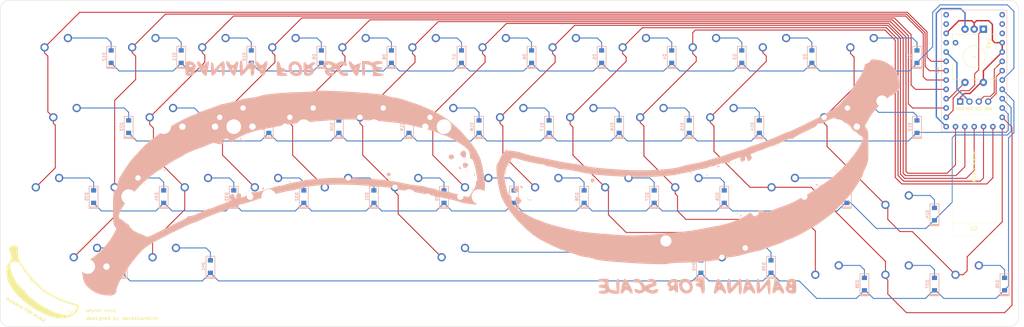
<source format=kicad_pcb>
(kicad_pcb (version 20211014) (generator pcbnew)
  (title_block (title "whykb") (rev "REV1") (comment 2 "creativecommons.org/license/by/4.0") (comment 3 "License: CC BY 4.0") (comment 4 "Author:"))
  (layers (0 "F.Cu" signal) (31 "B.Cu" signal) (34 "B.Paste" user) (35 "F.Paste" user) (36 "B.SilkS" user "B.Silkscreen") (37 "F.SilkS" user "F.Silkscreen") (38 "B.Mask" user) (39 "F.Mask" user) (44 "Edge.Cuts" user))
  (net 0 "")
  (net 1 "Net-(D1-Pad2)")
  (net 2 "row0")
  (net 3 "Net-(D2-Pad2)")
  (net 4 "Net-(D3-Pad2)")
  (net 5 "Net-(D4-Pad2)")
  (net 6 "Net-(D5-Pad2)")
  (net 7 "Net-(D6-Pad2)")
  (net 8 "Net-(D7-Pad2)")
  (net 9 "Net-(D8-Pad2)")
  (net 10 "Net-(D9-Pad2)")
  (net 11 "Net-(D10-Pad2)")
  (net 12 "Net-(D11-Pad2)")
  (net 13 "Net-(D12-Pad2)")
  (net 14 "Net-(D13-Pad2)")
  (net 15 "row1")
  (net 16 "Net-(D14-Pad2)")
  (net 17 "Net-(D15-Pad2)")
  (net 18 "Net-(D16-Pad2)")
  (net 19 "Net-(D17-Pad2)")
  (net 20 "Net-(D18-Pad2)")
  (net 21 "Net-(D19-Pad2)")
  (net 22 "Net-(D20-Pad2)")
  (net 23 "Net-(D21-Pad2)")
  (net 24 "Net-(D22-Pad2)")
  (net 25 "Net-(D23-Pad2)")
  (net 26 "Net-(D24-Pad2)")
  (net 27 "row2")
  (net 28 "Net-(D25-Pad2)")
  (net 29 "Net-(D26-Pad2)")
  (net 30 "Net-(D27-Pad2)")
  (net 31 "Net-(D28-Pad2)")
  (net 32 "Net-(D29-Pad2)")
  (net 33 "Net-(D30-Pad2)")
  (net 34 "Net-(D31-Pad2)")
  (net 35 "Net-(D32-Pad2)")
  (net 36 "Net-(D33-Pad2)")
  (net 37 "Net-(D34-Pad2)")
  (net 38 "Net-(D35-Pad2)")
  (net 39 "Net-(D36-Pad2)")
  (net 40 "row3")
  (net 41 "Net-(D37-Pad2)")
  (net 42 "Net-(D38-Pad2)")
  (net 43 "Net-(D39-Pad2)")
  (net 44 "Net-(D40-Pad2)")
  (net 45 "Net-(D41-Pad2)")
  (net 46 "Net-(D42-Pad2)")
  (net 47 "col0")
  (net 48 "col1")
  (net 49 "col2")
  (net 50 "col3")
  (net 51 "col4")
  (net 52 "col5")
  (net 53 "col6")
  (net 54 "col7")
  (net 55 "col8")
  (net 56 "col9")
  (net 57 "col10")
  (net 58 "col11")
  (net 59 "VCC")
  (net 60 "GND")
  (net 61 "outA")
  (net 62 "outB")
  (net 63 "D22")
  (net 67 "SCL")
  (net 68 "SDA")
  (footprint "MX_Only:MXOnly-7U-NoLED" (layer "F.Cu") (at 200.025 176.675)
    (fp_text reference "K40")
    (fp_text value "KEYSW")
  )
  (footprint "MX_Only:MXOnly-1U-NoLED" (layer "F.Cu") (at 187.325 157.625)
    (fp_text reference "K30")
    (fp_text value "KEYSW")
  )
  (footprint "MX_Only:MXOnly-1U-NoLED" (layer "F.Cu") (at 120.65 138.575)
    (fp_text reference "K22")
    (fp_text value "KEYSW")
  )
  (footprint "MX_Only:MXOnly-1U-NoLED" (layer "F.Cu") (at 320.675 181.4375)
    (fp_text reference "K37")
    (fp_text value "KEYSW")
  )
  (footprint "MX_Only:MXOnly-1U-NoLED" (layer "F.Cu") (at 215.9 138.575)
    (fp_text reference "K17")
    (fp_text value "KEYSW")
  )
  (footprint "MX_Only:MXOnly-1.5U-NoLED" (layer "F.Cu") (at 311.15 119.525)
    (fp_text reference "K1")
    (fp_text value "KEYSW")
  )
  (footprint "MX_Only:MXOnly-1U-NoLED" (layer "F.Cu") (at 173.0375 119.525)
    (fp_text reference "K8")
    (fp_text value "KEYSW")
  )
  (footprint "MX_Only:MXOnly-1.25U-NoLED" (layer "F.Cu") (at 121.44375 176.675)
    (fp_text reference "K41")
    (fp_text value "KEYSW")
  )
  (footprint "MX_Only:MXOnly-2.25U-NoLED" (layer "F.Cu") (at 304.00625 138.575)
    (fp_text reference "K13")
    (fp_text value "KEYSW")
  )
  (footprint "MX_Only:MXOnly-1U-NoLED" (layer "F.Cu") (at 234.95 138.575)
    (fp_text reference "K16")
    (fp_text value "KEYSW")
  )
  (footprint "MX_Only:MXOnly-1U-NoLED" (layer "F.Cu") (at 177.8 138.575)
    (fp_text reference "K19")
    (fp_text value "KEYSW")
  )
  (footprint "MX_Only:MXOnly-1U-NoLED" (layer "F.Cu") (at 153.9875 119.525)
    (fp_text reference "K9")
    (fp_text value "KEYSW")
  )
  (footprint "MX_Only:MXOnly-1U-NoLED" (layer "F.Cu") (at 249.2375 119.525)
    (fp_text reference "K4")
    (fp_text value "KEYSW")
  )
  (footprint "MX_Only:MXOnly-1U-NoLED" (layer "F.Cu") (at 230.1875 119.525)
    (fp_text reference "K5")
    (fp_text value "KEYSW")
  )
  (footprint "MX_Only:MXOnly-1U-NoLED" (layer "F.Cu") (at 263.525 157.625)
    (fp_text reference "K26")
    (fp_text value "KEYSW")
  )
  (footprint "MX_Only:MXOnly-1.75U-NoLED" (layer "F.Cu") (at 94.45625 138.575)
    (fp_text reference "K23")
    (fp_text value "KEYSW")
  )
  (footprint "MX_Only:MXOnly-1U-NoLED" (layer "F.Cu") (at 339.725 181.4375)
    (fp_text reference "K36")
    (fp_text value "KEYSW")
  )
  (footprint "MX_Only:MXOnly-1.25U-NoLED" (layer "F.Cu") (at 89.69375 157.625)
    (fp_text reference "K35")
    (fp_text value "KEYSW")
  )
  (footprint "MX_Only:MXOnly-1U-NoLED" (layer "F.Cu") (at 168.275 157.625)
    (fp_text reference "K31")
    (fp_text value "KEYSW")
  )
  (footprint "MX_Only:MXOnly-1.75U-NoLED" (layer "F.Cu") (at 289.71875 157.625)
    (fp_text reference "K25")
    (fp_text value "KEYSW")
  )
  (footprint "MX_Only:MXOnly-1U-NoLED" (layer "F.Cu") (at 192.0875 119.525)
    (fp_text reference "K7")
    (fp_text value "KEYSW")
  )
  (footprint "MX_Only:MXOnly-1U-NoLED" (layer "F.Cu") (at 287.3375 119.525)
    (fp_text reference "K2")
    (fp_text value "KEYSW")
  )
  (footprint "MX_Only:MXOnly-1U-NoLED" (layer "F.Cu") (at 301.625 181.4375)
    (fp_text reference "K38")
    (fp_text value "KEYSW")
  )
  (footprint "MX_Only:MXOnly-1U-NoLED" (layer "F.Cu") (at 273.05 138.575)
    (fp_text reference "K14")
    (fp_text value "KEYSW")
  )
  (footprint "MX_Only:MXOnly-1U-NoLED" (layer "F.Cu") (at 225.425 157.625)
    (fp_text reference "K28")
    (fp_text value "KEYSW")
  )
  (footprint "MX_Only:MXOnly-1U-NoLED" (layer "F.Cu") (at 268.2875 119.525)
    (fp_text reference "K3")
    (fp_text value "KEYSW")
  )
  (footprint "LOGO" (layer "F.Cu") (at 86.36 182.626 -30)
    (fp_text reference "G***" hide)
    (fp_text value "LOGO" hide)
  )
  (footprint "MX_Only:MXOnly-1U-NoLED" (layer "F.Cu") (at 130.175 157.625)
    (fp_text reference "K33")
    (fp_text value "KEYSW")
  )
  (footprint "MX_Only:MXOnly-1U-NoLED" (layer "F.Cu") (at 100.0125 176.675)
    (fp_text reference "K42")
    (fp_text value "KEYSW")
  )
  (footprint "MX_Only:MXOnly-1U-NoLED" (layer "F.Cu") (at 149.225 157.625)
    (fp_text reference "K32")
    (fp_text value "KEYSW")
  )
  (footprint "MX_Only:MXOnly-1U-NoLED" (layer "F.Cu") (at 158.75 138.575)
    (fp_text reference "K20")
    (fp_text value "KEYSW")
  )
  (footprint "LOGO" (layer "F.Cu") (at 109.347 189.738)
    (fp_text reference "G***" hide)
    (fp_text value "LOGO" hide)
  )
  (footprint "MX_Only:MXOnly-1U-NoLED" (layer "F.Cu") (at 139.7 138.575)
    (fp_text reference "K21")
    (fp_text value "KEYSW")
  )
  (footprint "MX_Only:MXOnly-1U-NoLED" (layer "F.Cu") (at 320.675 162.3875)
    (fp_text reference "K24")
    (fp_text value "KEYSW")
  )
  (footprint "MX_Only:MXOnly-1U-NoLED" (layer "F.Cu") (at 115.8875 119.525)
    (fp_text reference "K11")
    (fp_text value "KEYSW")
  )
  (footprint "MX_Only:MXOnly-1U-NoLED" (layer "F.Cu") (at 196.85 138.575)
    (fp_text reference "K18")
    (fp_text value "KEYSW")
  )
  (footprint "MX_Only:MXOnly-1U-NoLED" (layer "F.Cu") (at 111.125 157.625)
    (fp_text reference "K34")
    (fp_text value "KEYSW")
  )
  (footprint "MX_Only:MXOnly-1U-NoLED" (layer "F.Cu") (at 206.375 157.625)
    (fp_text reference "K29")
    (fp_text value "KEYSW")
  )
  (footprint "MX_Only:MXOnly-1U-NoLED" (layer "F.Cu") (at 211.1375 119.525)
    (fp_text reference "K6")
    (fp_text value "KEYSW")
  )
  (footprint "MX_Only:MXOnly-1U-NoLED" (layer "F.Cu") (at 134.9375 119.525)
    (fp_text reference "K10")
    (fp_text value "KEYSW")
  )
  (footprint "MX_Only:MXOnly-1.5U-NoLED" (layer "F.Cu") (at 92.075 119.525)
    (fp_text reference "K12")
    (fp_text value "KEYSW")
  )
  (footprint "keebio_parts:RotaryEncoder_Alps_EC11E-Switch_Vertical_H20mm" (layer "F.Cu") (at 340.995 119.525 -90)
    (fp_text reference "SW2")
    (fp_text value "RotaryEncoder_Switch")
  )
  (footprint "MX_Only:MXOnly-1U-NoLED" (layer "F.Cu") (at 254 138.575)
    (fp_text reference "K15")
    (fp_text value "KEYSW")
  )
  (footprint "MX_Only:MXOnly-1U-NoLED" (layer "F.Cu") (at 276.225 176.675)
    (fp_text reference "K39")
    (fp_text value "KEYSW")
  )
  (footprint "KiCad-SSD1306-0.91-OLED-4pin-128x32:SSD1306-0.91-OLED-4pin-128x32" (layer "F.Cu") (at 334.983 168.237 90)
    (fp_text reference "U2")
    (fp_text value "SSD1306 128x32")
  )
  (footprint "MX_Only:MXOnly-1U-NoLED" (layer "F.Cu") (at 244.475 157.625)
    (fp_text reference "K27")
    (fp_text value "KEYSW")
  )
  (footprint "keyboard_parts:D_SOD123" (layer "B.Cu") (at 125.4125 119.525 90)
    (fp_text reference "D11")
    (fp_text value "D" hide)
  )
  (footprint "keyboard_parts:D_SOD123" (layer "B.Cu") (at 263.525 138.575 90)
    (fp_text reference "D15")
    (fp_text value "D" hide)
  )
  (footprint "keyboard_parts:D_SOD123" (layer "B.Cu") (at 282.575 138.575 90)
    (fp_text reference "D14")
    (fp_text value "D" hide)
  )
  (footprint "keyboard_parts:D_SOD123" (layer "B.Cu") (at 182.5625 119.525 90)
    (fp_text reference "D8")
    (fp_text value "D" hide)
  )
  (footprint "keyboard_parts:D_SOD123" (layer "B.Cu") (at 201.6125 119.525 90)
    (fp_text reference "D7")
    (fp_text value "D" hide)
  )
  (footprint "keyboard_parts:D_SOD123" (layer "B.Cu") (at 196.85 157.625 90)
    (fp_text reference "D30")
    (fp_text value "D" hide)
  )
  (footprint "keyboard_parts:D_SOD123" (layer "B.Cu") (at 215.9 157.625 90)
    (fp_text reference "D29")
    (fp_text value "D" hide)
  )
  (footprint "keyboard_parts:D_SOD123" (layer "B.Cu") (at 206.375 138.575 90)
    (fp_text reference "D18")
    (fp_text value "D" hide)
  )
  (footprint "keyboard_parts:D_SOD123" (layer "B.Cu") (at 109.5375 176.675 90)
    (fp_text reference "D42")
    (fp_text value "D" hide)
  )
  (footprint "keyboard_parts:D_SOD123" (layer "B.Cu") (at 139.7 157.625 90)
    (fp_text reference "D33")
    (fp_text value "D" hide)
  )
  (footprint "keyboard_parts:D_SOD123" (layer "B.Cu") (at 101.6 157.625 90)
    (fp_text reference "D35")
    (fp_text value "D" hide)
  )
  (footprint "keyboard_parts:D_SOD123" (layer "B.Cu") (at 130.175 138.575 90)
    (fp_text reference "D22")
    (fp_text value "D" hide)
  )
  (footprint "LOGO" (layer "B.Cu") (at 266.7 152.4 180)
    (fp_text reference "G***" hide)
    (fp_text value "LOGO" hide)
  )
  (footprint "keyboard_parts:D_SOD123" (layer "B.Cu") (at 266.7 176.675 90)
    (fp_text reference "D40")
    (fp_text value "D" hide)
  )
  (footprint "keyboard_parts:D_SOD123" (layer "B.Cu") (at 111.125 138.575 90)
    (fp_text reference "D23")
    (fp_text value "D" hide)
  )
  (footprint "keyboard_parts:D_SOD123" (layer "B.Cu") (at 234.95 157.625 90)
    (fp_text reference "D28")
    (fp_text value "D" hide)
  )
  (footprint "keyboard_parts:D_SOD123" (layer "B.Cu") (at 273.05 157.625 90)
    (fp_text reference "D26")
    (fp_text value "D" hide)
  )
  (footprint "keyboard_parts:D_SOD123" (layer "B.Cu") (at 325.4375 138.575 90)
    (fp_text reference "D13")
    (fp_text value "D" hide)
  )
  (footprint "keyboard_parts:D_SOD123" (layer "B.Cu") (at 220.6625 119.525 90)
    (fp_text reference "D6")
    (fp_text value "D" hide)
  )
  (footprint "keyboard_parts:D_SOD123" (layer "B.Cu") (at 330.2 181.4375 90)
    (fp_text reference "D37")
    (fp_text value "D" hide)
  )
  (footprint "keyboard_parts:D_SOD123" (layer "B.Cu") (at 177.8 157.625 90)
    (fp_text reference "D31")
    (fp_text value "D" hide)
  )
  (footprint "keyboard_parts:D_SOD123" (layer "B.Cu") (at 120.65 157.625 90)
    (fp_text reference "D34")
    (fp_text value "D" hide)
  )
  (footprint "keyboard_parts:D_SOD123" (layer "B.Cu") (at 239.7125 119.525 90)
    (fp_text reference "D5")
    (fp_text value "D" hide)
  )
  (footprint "keyboard_parts:D_SOD123" (layer "B.Cu") (at 168.275 138.575 90)
    (fp_text reference "D20")
    (fp_text value "D" hide)
  )
  (footprint "keyboard_parts:D_SOD123" (layer "B.Cu") (at 254 157.625 90)
    (fp_text reference "D27")
    (fp_text value "D" hide)
  )
  (footprint "sea-picro:sea-picro" (layer "B.Cu") (at 340.995 123.335 -90)
    (fp_text reference "U1")
    (fp_text value "sea-picro")
  )
  (footprint "keyboard_parts:D_SOD123" (layer "B.Cu") (at 277.8125 119.525 90)
    (fp_text reference "D3")
    (fp_text value "D" hide)
  )
  (footprint "keyboard_parts:D_SOD123" (layer "B.Cu") (at 244.475 138.575 90)
    (fp_text reference "D16")
    (fp_text value "D" hide)
  )
  (footprint "keyboard_parts:D_SOD123" (layer "B.Cu") (at 258.7625 119.525 90)
    (fp_text reference "D4")
    (fp_text value "D" hide)
  )
  (footprint "keyboard_parts:D_SOD123" (layer "B.Cu") (at 349.25 181.4375 90)
    (fp_text reference "D36")
    (fp_text value "D" hide)
  )
  (footprint "keyboard_parts:D_SOD123" (layer "B.Cu") (at 311.15 181.4375 90)
    (fp_text reference "D38")
    (fp_text value "D" hide)
  )
  (footprint "keyboard_parts:D_SOD123" (layer "B.Cu") (at 306.3875 157.625 90)
    (fp_text reference "D25")
    (fp_text value "D" hide)
  )
  (footprint "keyboard_parts:D_SOD123" (layer "B.Cu") (at 325.4375 119.525 90)
    (fp_text reference "D1")
    (fp_text value "D" hide)
  )
  (footprint "keyboard_parts:D_SOD123" (layer "B.Cu") (at 296.8625 119.525 90)
    (fp_text reference "D2")
    (fp_text value "D" hide)
  )
  (footprint "keyboard_parts:D_SOD123" (layer "B.Cu") (at 149.225 138.575 90)
    (fp_text reference "D21")
    (fp_text value "D" hide)
  )
  (footprint "keyboard_parts:D_SOD123" (layer "B.Cu") (at 330.2 162.3875 90)
    (fp_text reference "D24")
    (fp_text value "D" hide)
  )
  (footprint "keyboard_parts:D_SOD123" (layer "B.Cu") (at 163.5125 119.525 90)
    (fp_text reference "D9")
    (fp_text value "D" hide)
  )
  (footprint "keyboard_parts:D_SOD123" (layer "B.Cu") (at 133.35 176.675 90)
    (fp_text reference "D41")
    (fp_text value "D" hide)
  )
  (footprint "keyboard_parts:D_SOD123" (layer "B.Cu") (at 158.75 157.625 90)
    (fp_text reference "D32")
    (fp_text value "D" hide)
  )
  (footprint "keyboard_parts:D_SOD123" (layer "B.Cu") (at 187.325 138.575 90)
    (fp_text reference "D19")
    (fp_text value "D" hide)
  )
  (footprint "keyboard_parts:D_SOD123" (layer "B.Cu") (at 285.75 176.675 90)
    (fp_text reference "D39")
    (fp_text value "D" hide)
  )
  (footprint "keyboard_parts:D_SOD123" (layer "B.Cu") (at 106.3625 119.525 90)
    (fp_text reference "D12")
    (fp_text value "D" hide)
  )
  (footprint "keyboard_parts:D_SOD123" (layer "B.Cu") (at 225.425 138.575 90)
    (fp_text reference "D17")
    (fp_text value "D" hide)
  )
  (footprint "LOGO" (layer "B.Cu") (at 152.4 152.4)
    (fp_text reference "G***" hide)
    (fp_text value "LOGO" hide)
  )
  (footprint "keyboard_parts:D_SOD123" (layer "B.Cu") (at 144.4625 119.525 90)
    (fp_text reference "D10")
    (fp_text value "D" hide)
  )
  (gr_arc (start 350.52 104.14) (mid 352.316051 104.883949) (end 353.06 106.68) (layer "Edge.Cuts") (width 0.1))
  (gr_line (start 78.74 193.04) (end 350.52 193.04) (layer "Edge.Cuts") (width 0.1))
  (gr_arc (start 353.06 190.5) (mid 352.316051 192.296051) (end 350.52 193.04) (layer "Edge.Cuts") (width 0.1))
  (gr_line (start 350.52 104.14) (end 78.74 104.14) (layer "Edge.Cuts") (width 0.1))
  (gr_arc (start 76.2 106.68) (mid 76.943949 104.883949) (end 78.74 104.14) (layer "Edge.Cuts") (width 0.1))
  (gr_line (start 353.06 190.5) (end 353.06 106.68) (layer "Edge.Cuts") (width 0.1))
  (gr_line (start 76.2 106.68) (end 76.2 190.5) (layer "Edge.Cuts") (width 0.1))
  (gr_arc (start 78.74 193.04) (mid 76.943949 192.296051) (end 76.2 190.5) (layer "Edge.Cuts") (width 0.1))
  (segment (start 324.2575 114.445) (end 325.4375 115.625) (width 0.254) (layer "B.Cu") (net 1))
  (segment (start 325.4375 115.625) (end 325.4375 117.825) (width 0.254) (layer "B.Cu") (net 1))
  (segment (start 313.69 114.445) (end 324.2575 114.445) (width 0.254) (layer "B.Cu") (net 1))
  (segment (start 182.5625 121.225) (end 184.7625 123.425) (width 0.254) (layer "B.Cu") (net 2))
  (segment (start 329.692 107.442) (end 331.724 105.41) (width 0.254) (layer "B.Cu") (net 2))
  (segment (start 351.79 122.7) (end 348.615 125.875) (width 0.254) (layer "B.Cu") (net 2))
  (segment (start 331.724 105.41) (end 350.012 105.41) (width 0.254) (layer "B.Cu") (net 2))
  (segment (start 222.8625 123.425) (end 237.5125 123.425) (width 0.254) (layer "B.Cu") (net 2))
  (segment (start 280.0125 123.425) (end 294.6625 123.425) (width 0.254) (layer "B.Cu") (net 2))
  (segment (start 241.9125 123.425) (end 256.5625 123.425) (width 0.254) (layer "B.Cu") (net 2))
  (segment (start 163.5125 121.225) (end 165.7125 123.425) (width 0.254) (layer "B.Cu") (net 2))
  (segment (start 256.5625 123.425) (end 258.7625 121.225) (width 0.254) (layer "B.Cu") (net 2))
  (segment (start 127.6125 123.425) (end 142.2625 123.425) (width 0.254) (layer "B.Cu") (net 2))
  (segment (start 146.6625 123.425) (end 161.3125 123.425) (width 0.254) (layer "B.Cu") (net 2))
  (segment (start 275.6125 123.425) (end 277.8125 121.225) (width 0.254) (layer "B.Cu") (net 2))
  (segment (start 144.4625 121.225) (end 146.6625 123.425) (width 0.254) (layer "B.Cu") (net 2))
  (segment (start 220.6625 121.225) (end 222.8625 123.425) (width 0.254) (layer "B.Cu") (net 2))
  (segment (start 351.79 107.188) (end 351.79 122.7) (width 0.254) (layer "B.Cu") (net 2))
  (segment (start 299.0625 123.425) (end 323.361 123.425) (width 0.254) (layer "B.Cu") (net 2))
  (segment (start 294.6625 123.425) (end 296.8625 121.225) (width 0.254) (layer "B.Cu") (net 2))
  (segment (start 184.7625 123.425) (end 199.4125 123.425) (width 0.254) (layer "B.Cu") (net 2))
  (segment (start 277.8125 121.225) (end 280.0125 123.425) (width 0.254) (layer "B.Cu") (net 2))
  (segment (start 201.6125 121.225) (end 203.8125 123.425) (width 0.254) (layer "B.Cu") (net 2))
  (segment (start 180.3625 123.425) (end 182.5625 121.225) (width 0.254) (layer "B.Cu") (net 2))
  (segment (start 296.8625 121.225) (end 299.0625 123.425) (width 0.254) (layer "B.Cu") (net 2))
  (segment (start 125.4125 121.225) (end 127.6125 123.425) (width 0.254) (layer "B.Cu") (net 2))
  (segment (start 165.7125 123.425) (end 180.3625 123.425) (width 0.254) (layer "B.Cu") (net 2))
  (segment (start 142.2625 123.425) (end 144.4625 121.225) (width 0.254) (layer "B.Cu") (net 2))
  (segment (start 239.7125 121.225) (end 241.9125 123.425) (width 0.254) (layer "B.Cu") (net 2))
  (segment (start 350.012 105.41) (end 351.79 107.188) (width 0.254) (layer "B.Cu") (net 2))
  (segment (start 323.361 123.425) (end 325.4375 121.3485) (width 0.254) (layer "B.Cu") (net 2))
  (segment (start 108.5625 123.425) (end 123.171 123.425) (width 0.254) (layer "B.Cu") (net 2))
  (segment (start 260.9625 123.425) (end 275.6125 123.425) (width 0.254) (layer "B.Cu") (net 2))
  (segment (start 106.3625 121.225) (end 108.5625 123.425) (width 0.254) (layer "B.Cu") (net 2))
  (segment (start 199.4125 123.425) (end 201.6125 121.225) (width 0.254) (layer "B.Cu") (net 2))
  (segment (start 237.5125 123.425) (end 239.7125 121.225) (width 0.254) (layer "B.Cu") (net 2))
  (segment (start 203.8125 123.425) (end 218.4625 123.425) (width 0.254) (layer "B.Cu") (net 2))
  (segment (start 329.692 116.84) (end 329.692 107.442) (width 0.254) (layer "B.Cu") (net 2))
  (segment (start 325.4375 121.0945) (end 329.692 116.84) (width 0.254) (layer "B.Cu") (net 2))
  (segment (start 161.3125 123.425) (end 163.5125 121.225) (width 0.254) (layer "B.Cu") (net 2))
  (segment (start 325.4375 121.3485) (end 325.4375 121.1) (width 0.254) (layer "B.Cu") (net 2))
  (segment (start 125.4125 121.225) (end 123.2125 123.425) (width 0.254) (layer "B.Cu") (net 2))
  (segment (start 258.7625 121.225) (end 260.9625 123.425) (width 0.254) (layer "B.Cu") (net 2))
  (segment (start 218.4625 123.425) (end 220.6625 121.225) (width 0.254) (layer "B.Cu") (net 2))
  (segment (start 295.6825 114.445) (end 296.8625 115.625) (width 0.254) (layer "B.Cu") (net 3))
  (segment (start 296.8625 115.625) (end 296.8625 117.825) (width 0.254) (layer "B.Cu") (net 3))
  (segment (start 289.8775 114.445) (end 295.6825 114.445) (width 0.254) (layer "B.Cu") (net 3))
  (segment (start 270.8275 114.445) (end 276.6325 114.445) (width 0.254) (layer "B.Cu") (net 4))
  (segment (start 276.6325 114.445) (end 277.8125 115.625) (width 0.254) (layer "B.Cu") (net 4))
  (segment (start 277.8125 117.825) (end 277.8125 115.625) (width 0.254) (layer "B.Cu") (net 4))
  (segment (start 258.7625 117.825) (end 258.7625 115.625) (width 0.254) (layer "B.Cu") (net 5))
  (segment (start 257.5825 114.445) (end 258.7625 115.625) (width 0.254) (layer "B.Cu") (net 5))
  (segment (start 251.7775 114.445) (end 257.5825 114.445) (width 0.254) (layer "B.Cu") (net 5))
  (segment (start 239.7125 117.825) (end 239.7125 115.625) (width 0.254) (layer "B.Cu") (net 6))
  (segment (start 238.5325 114.445) (end 239.7125 115.625) (width 0.254) (layer "B.Cu") (net 6))
  (segment (start 232.7275 114.445) (end 238.5325 114.445) (width 0.254) (layer "B.Cu") (net 6))
  (segment (start 220.6625 117.825) (end 220.6625 115.625) (width 0.254) (layer "B.Cu") (net 7))
  (segment (start 219.4825 114.445) (end 220.6625 115.625) (width 0.254) (layer "B.Cu") (net 7))
  (segment (start 213.6775 114.445) (end 219.4825 114.445) (width 0.254) (layer "B.Cu") (net 7))
  (segment (start 201.6125 115.625) (end 201.6125 117.825) (width 0.254) (layer "B.Cu") (net 8))
  (segment (start 200.4325 114.445) (end 201.6125 115.625) (width 0.254) (layer "B.Cu") (net 8))
  (segment (start 194.6275 114.445) (end 200.4325 114.445) (width 0.254) (layer "B.Cu") (net 8))
  (segment (start 182.5625 115.625) (end 182.5625 117.825) (width 0.254) (layer "B.Cu") (net 9))
  (segment (start 181.3825 114.445) (end 182.5625 115.625) (width 0.254) (layer "B.Cu") (net 9))
  (segment (start 175.5775 114.445) (end 181.3825 114.445) (width 0.254) (layer "B.Cu") (net 9))
  (segment (start 162.3325 114.445) (end 163.5125 115.625) (width 0.254) (layer "B.Cu") (net 10))
  (segment (start 163.5125 115.625) (end 163.5125 117.825) (width 0.254) (layer "B.Cu") (net 10))
  (segment (start 156.5275 114.445) (end 162.3325 114.445) (width 0.254) (layer "B.Cu") (net 10))
  (segment (start 144.4625 115.625) (end 144.4625 117.825) (width 0.254) (layer "B.Cu") (net 11))
  (segment (start 143.2825 114.445) (end 144.4625 115.625) (width 0.254) (layer "B.Cu") (net 11))
  (segment (start 137.4775 114.445) (end 143.2825 114.445) (width 0.254) (layer "B.Cu") (net 11))
  (segment (start 125.4125 115.625) (end 125.4125 117.825) (width 0.254) (layer "B.Cu") (net 12))
  (segment (start 118.4275 114.445) (end 124.2325 114.445) (width 0.254) (layer "B.Cu") (net 12))
  (segment (start 124.2325 114.445) (end 125.4125 115.625) (width 0.254) (layer "B.Cu") (net 12))
  (segment (start 105.1825 114.445) (end 106.3625 115.625) (width 0.254) (layer "B.Cu") (net 13))
  (segment (start 94.615 114.445) (end 105.1825 114.445) (width 0.254) (layer "B.Cu") (net 13))
  (segment (start 106.3625 115.625) (end 106.3625 117.825) (width 0.254) (layer "B.Cu") (net 13))
  (segment (start 325.4375 135.6275) (end 325.4375 136.875) (width 0.254) (layer "B.Cu") (net 14))
  (segment (start 315.015 134.675) (end 324.485 134.675) (width 0.254) (layer "B.Cu") (net 14))
  (segment (start 324.485 134.675) (end 325.4375 135.6275) (width 0.254) (layer "B.Cu") (net 14))
  (segment (start 313.835 133.495) (end 315.015 134.675) (width 0.254) (layer "B.Cu") (net 14))
  (segment (start 306.54625 133.495) (end 313.835 133.495) (width 0.254) (layer "B.Cu") (net 14))
  (segment (start 246.675 142.475) (end 261.325 142.475) (width 0.254) (layer "B.Cu") (net 15))
  (segment (start 189.525 142.475) (end 204.175 142.475) (width 0.254) (layer "B.Cu") (net 15))
  (segment (start 170.475 142.475) (end 185.125 142.475) (width 0.254) (layer "B.Cu") (net 15))
  (segment (start 204.175 142.475) (end 206.375 140.275) (width 0.254) (layer "B.Cu") (net 15))
  (segment (start 147.025 142.475) (end 132.315 142.475) (width 0.254) (layer "B.Cu") (net 15))
  (segment (start 261.325 142.475) (end 263.525 140.275) (width 0.254) (layer "B.Cu") (net 15))
  (segment (start 132.315 142.475) (end 130.175 140.335) (width 0.254) (layer "B.Cu") (net 15))
  (segment (start 284.775 142.475) (end 323.107 142.475) (width 0.254) (layer "B.Cu") (net 15))
  (segment (start 242.275 142.475) (end 244.475 140.275) (width 0.254) (layer "B.Cu") (net 15))
  (segment (start 208.575 142.475) (end 223.225 142.475) (width 0.254) (layer "B.Cu") (net 15))
  (segment (start 206.375 140.275) (end 208.575 142.475) (width 0.254) (layer "B.Cu") (net 15))
  (segment (start 130.175 140.275) (end 127.975 142.475) (width 0.254) (layer "B.Cu") (net 15))
  (segment (start 349.689 140.15) (end 350.266 139.573) (width 0.254) (layer "B.Cu") (net 15))
  (segment (start 149.225 140.275) (end 151.425 142.475) (width 0.254) (layer "B.Cu") (net 15))
  (segment (start 223.225 142.475) (end 225.425 140.275) (width 0.254) (layer "B.Cu") (net 15))
  (segment (start 280.375 142.475) (end 282.575 140.275) (width 0.254) (layer "B.Cu") (net 15))
  (segment (start 350.266 135.146) (end 348.615 133.495) (width 0.254) (layer "B.Cu") (net 15))
  (segment (start 263.525 140.275) (end 265.725 142.475) (width 0.254) (layer "B.Cu") (net 15))
  (segment (start 227.625 142.475) (end 242.275 142.475) (width 0.254) (layer "B.Cu") (net 15))
  (segment (start 350.266 139.573) (end 350.266 135.146) (width 0.254) (layer "B.Cu") (net 15))
  (segment (start 225.425 140.275) (end 227.625 142.475) (width 0.254) (layer "B.Cu") (net 15))
  (segment (start 149.225 140.275) (end 147.025 142.475) (width 0.254) (layer "B.Cu") (net 15))
  (segment (start 244.475 140.275) (end 246.675 142.475) (width 0.254) (layer "B.Cu") (net 15))
  (segment (start 282.575 140.275) (end 284.775 142.475) (width 0.254) (layer "B.Cu") (net 15))
  (segment (start 127.975 142.475) (end 113.325 142.475) (width 0.254) (layer "B.Cu") (net 15))
  (segment (start 113.325 142.475) (end 111.125 140.275) (width 0.254) (layer "B.Cu") (net 15))
  (segment (start 325.432 140.15) (end 349.689 140.15) (width 0.254) (layer "B.Cu") (net 15))
  (segment (start 187.325 140.275) (end 189.525 142.475) (width 0.254) (layer "B.Cu") (net 15))
  (segment (start 151.425 142.475) (end 166.075 142.475) (width 0.254) (layer "B.Cu") (net 15))
  (segment (start 265.725 142.475) (end 280.375 142.475) (width 0.254) (layer "B.Cu") (net 15))
  (segment (start 166.075 142.475) (end 168.275 140.275) (width 0.254) (layer "B.Cu") (net 15))
  (segment (start 168.275 140.275) (end 170.475 142.475) (width 0.254) (layer "B.Cu") (net 15))
  (segment (start 130.175 140.335) (end 130.175 140.275) (width 0.254) (layer "B.Cu") (net 15))
  (segment (start 323.107 142.475) (end 325.432 140.15) (width 0.254) (layer "B.Cu") (net 15))
  (segment (start 185.125 142.475) (end 187.325 140.275) (width 0.254) (layer "B.Cu") (net 15))
  (segment (start 275.59 133.495) (end 281.395 133.495) (width 0.254) (layer "B.Cu") (net 16))
  (segment (start 282.575 134.675) (end 282.575 136.875) (width 0.254) (layer "B.Cu") (net 16))
  (segment (start 281.395 133.495) (end 282.575 134.675) (width 0.254) (layer "B.Cu") (net 16))
  (segment (start 262.345 133.495) (end 263.525 134.675) (width 0.254) (layer "B.Cu") (net 17))
  (segment (start 263.525 134.675) (end 263.525 136.875) (width 0.254) (layer "B.Cu") (net 17))
  (segment (start 256.54 133.495) (end 262.345 133.495) (width 0.254) (layer "B.Cu") (net 17))
  (segment (start 237.49 133.495) (end 243.295 133.495) (width 0.254) (layer "B.Cu") (net 18))
  (segment (start 243.295 133.495) (end 244.475 134.675) (width 0.254) (layer "B.Cu") (net 18))
  (segment (start 244.475 136.875) (end 244.475 134.62) (width 0.254) (layer "B.Cu") (net 18))
  (segment (start 218.44 133.495) (end 224.245 133.495) (width 0.254) (layer "B.Cu") (net 19))
  (segment (start 225.425 134.675) (end 225.425 136.875) (width 0.254) (layer "B.Cu") (net 19))
  (segment (start 224.245 133.495) (end 225.425 134.675) (width 0.254) (layer "B.Cu") (net 19))
  (segment (start 205.195 133.495) (end 206.375 134.675) (width 0.254) (layer "B.Cu") (net 20))
  (segment (start 206.375 134.675) (end 206.375 136.875) (width 0.254) (layer "B.Cu") (net 20))
  (segment (start 199.39 133.495) (end 205.195 133.495) (width 0.254) (layer "B.Cu") (net 20))
  (segment (start 180.34 133.495) (end 186.145 133.495) (width 0.254) (layer "B.Cu") (net 21))
  (segment (start 187.325 136.875) (end 187.325 134.675) (width 0.254) (layer "B.Cu") (net 21))
  (segment (start 186.145 133.495) (end 187.325 134.675) (width 0.254) (layer "B.Cu") (net 21))
  (segment (start 167.095 133.495) (end 168.275 134.675) (width 0.254) (layer "B.Cu") (net 22))
  (segment (start 168.275 136.875) (end 168.275 134.675) (width 0.254) (layer "B.Cu") (net 22))
  (segment (start 161.29 133.495) (end 167.095 133.495) (width 0.254) (layer "B.Cu") (net 22))
  (segment (start 149.225 136.875) (end 149.225 134.675) (width 0.254) (layer "B.Cu") (net 23))
  (segment (start 142.24 133.495) (end 148.045 133.495) (width 0.254) (layer "B.Cu") (net 23))
  (segment (start 148.045 133.495) (end 149.225 134.675) (width 0.254) (layer "B.Cu") (net 23))
  (segment (start 123.19 133.495) (end 128.995 133.495) (width 0.254) (layer "B.Cu") (net 24))
  (segment (start 130.175 136.875) (end 130.175 134.675) (width 0.254) (layer "B.Cu") (net 24))
  (segment (start 128.995 133.495) (end 130.175 134.675) (width 0.254) (layer "B.Cu") (net 24))
  (segment (start 111.125 136.875) (end 111.125 134.675) (width 0.254) (layer "B.Cu") (net 25))
  (segment (start 109.945 133.495) (end 111.125 134.675) (width 0.254) (layer "B.Cu") (net 25))
  (segment (start 96.99625 133.495) (end 109.945 133.495) (width 0.254) (layer "B.Cu") (net 25))
  (segment (start 323.215 157.3075) (end 329.02 157.3075) (width 0.254) (layer "B.Cu") (net 26))
  (segment (start 330.2 158.4875) (end 330.2 160.6875) (width 0.254) (layer "B.Cu") (net 26))
  (segment (start 329.02 157.3075) (end 330.2 158.4875) (width 0.254) (layer "B.Cu") (net 26))
  (segment (start 335.788 140.843) (end 335.026 141.605) (width 0.254) (layer "B.Cu") (net 27))
  (segment (start 120.65 159.325) (end 120.755 159.325) (width 0.254) (layer "B.Cu") (net 27))
  (segment (start 196.85 159.325) (end 196.85 159.385) (width 0.254) (layer "B.Cu") (net 27))
  (segment (start 215.9 159.385) (end 218.04 161.525) (width 0.254) (layer "B.Cu") (net 27))
  (segment (start 122.955 161.525) (end 137.56 161.525) (width 0.254) (layer "B.Cu") (net 27))
  (segment (start 196.85 159.385) (end 194.71 161.525) (width 0.254) (layer "B.Cu") (net 27))
  (segment (start 139.7 159.325) (end 139.7 159.385) (width 0.254) (layer "B.Cu") (net 27))
  (segment (start 198.99 161.525) (end 213.595 161.525) (width 0.254) (layer "B.Cu") (net 27))
  (segment (start 327.8315 166.2875) (end 327.875 166.2875) (width 0.254) (layer "B.Cu") (net 27))
  (segment (start 348.615 130.955) (end 351.028 133.368) (width 0.254) (layer "B.Cu") (net 27))
  (segment (start 270.85 161.525) (end 273.05 159.325) (width 0.254) (layer "B.Cu") (net 27))
  (segment (start 101.6 159.385) (end 103.74 161.525) (width 0.254) (layer "B.Cu") (net 27))
  (segment (start 158.75 159.325) (end 158.645 159.325) (width 0.254) (layer "B.Cu") (net 27))
  (segment (start 254 159.325) (end 256.2 161.525) (width 0.254) (layer "B.Cu") (net 27))
  (segment (start 234.95 159.325) (end 237.15 161.525) (width 0.254) (layer "B.Cu") (net 27))
  (segment (start 160.89 161.525) (end 175.66 161.525) (width 0.254) (layer "B.Cu") (net 27))
  (segment (start 303.765 161.525) (end 305.965 159.325) (width 0.254) (layer "B.Cu") (net 27))
  (segment (start 251.8 161.525) (end 254 159.325) (width 0.254) (layer "B.Cu") (net 27))
  (segment (start 237.15 161.525) (end 251.8 161.525) (width 0.254) (layer "B.Cu") (net 27))
  (segment (start 120.65 159.325) (end 120.65 159.385) (width 0.254) (layer "B.Cu") (net 27))
  (segment (start 215.9 159.325) (end 215.795 159.325) (width 0.254) (layer "B.Cu") (net 27))
  (segment (start 196.85 159.385) (end 198.99 161.525) (width 0.254) (layer "B.Cu") (net 27))
  (segment (start 158.75 159.385) (end 160.89 161.525) (width 0.254) (layer "B.Cu") (net 27))
  (segment (start 314.4075 166.2875) (end 327.8315 166.2875) (width 0.254) (layer "B.Cu") (net 27))
  (segment (start 103.74 161.525) (end 118.51 161.525) (width 0.254) (layer "B.Cu") (net 27))
  (segment (start 139.7 159.385) (end 137.56 161.525) (width 0.254) (layer "B.Cu") (net 27))
  (segment (start 256.2 161.525) (end 270.85 161.525) (width 0.254) (layer "B.Cu") (net 27))
  (segment (start 350.012 140.843) (end 335.788 140.843) (width 0.254) (layer "B.Cu") (net 27))
  (segment (start 120.755 159.325) (end 122.955 161.525) (width 0.254) (layer "B.Cu") (net 27))
  (segment (start 306.3875 159.325) (end 307.445 159.325) (width 0.254) (layer "B.Cu") (net 27))
  (segment (start 335.026 141.605) (end 335.026 159.1365) (width 0.254) (layer "B.Cu") (net 27))
  (segment (start 215.9 159.325) (end 215.9 159.385) (width 0.254) (layer "B.Cu") (net 27))
  (segment (start 120.65 159.385) (end 118.51 161.525) (width 0.254) (layer "B.Cu") (net 27))
  (segment (start 351.028 139.827) (end 350.012 140.843) (width 0.254) (layer "B.Cu") (net 27))
  (segment (start 177.8 159.325) (end 177.8 159.385) (width 0.254) (layer "B.Cu") (net 27))
  (segment (start 218.04 161.525) (end 232.75 161.525) (width 0.254) (layer "B.Cu") (net 27))
  (segment (start 177.8 159.385) (end 175.66 161.525) (width 0.254) (layer "B.Cu") (net 27))
  (segment (start 327.875 166.2875) (end 330.2 163.9625) (width 0.254) (layer "B.Cu") (net 27))
  (segment (start 101.6 159.325) (end 101.6 159.385) (width 0.254) (layer "B.Cu") (net 27))
  (segment (start 351.028 133.731) (end 351.028 139.827) (width 0.254) (layer "B.Cu") (net 27))
  (segment (start 177.8 159.385) (end 179.94 161.525) (width 0.254) (layer "B.Cu") (net 27))
  (segment (start 158.75 159.325) (end 158.75 159.385) (width 0.254) (layer "B.Cu") (net 27))
  (segment (start 335.026 159.1365) (end 330.2 163.9625) (width 0.254) (layer "B.Cu") (net 27))
  (segment (start 273.05 159.325) (end 275.25 161.525) (width 0.254) (layer "B.Cu") (net 27))
  (segment (start 305.965 159.325) (end 306.3875 159.325) (width 0.254) (layer "B.Cu") (net 27))
  (segment (start 307.445 159.325) (end 314.4075 166.2875) (width 0.254) (layer "B.Cu") (net 27))
  (segment (start 179.94 161.525) (end 194.71 161.525) (width 0.254) (layer "B.Cu") (net 27))
  (segment (start 351.028 133.368) (end 351.028 133.731) (width 0.254) (layer "B.Cu") (net 27))
  (segment (start 215.795 159.325) (end 213.595 161.525) (width 0.254) (layer "B.Cu") (net 27))
  (segment (start 141.84 161.525) (end 156.445 161.525) (width 0.254) (layer "B.Cu") (net 27))
  (segment (start 139.7 159.385) (end 141.84 161.525) (width 0.254) (layer "B.Cu") (net 27))
  (segment (start 158.645 159.325) (end 156.445 161.525) (width 0.254) (layer "B.Cu") (net 27))
  (segment (start 232.75 161.525) (end 234.95 159.325) (width 0.254) (layer "B.Cu") (net 27))
  (segment (start 275.25 161.525) (end 303.765 161.525) (width 0.254) (layer "B.Cu") (net 27))
  (segment (start 305.2075 152.545) (end 306.3875 153.725) (width 0.254) (layer "B.Cu") (net 28))
  (segment (start 292.25875 152.545) (end 305.2075 152.545) (width 0.254) (layer "B.Cu") (net 28))
  (segment (start 306.3875 153.725) (end 306.3875 155.925) (width 0.254) (layer "B.Cu") (net 28))
  (segment (start 266.065 152.545) (end 271.87 152.545) (width 0.254) (layer "B.Cu") (net 29))
  (segment (start 273.05 155.925) (end 273.05 153.725) (width 0.254) (layer "B.Cu") (net 29))
  (segment (start 271.87 152.545) (end 273.05 153.725) (width 0.254) (layer "B.Cu") (net 29))
  (segment (start 247.015 152.545) (end 252.82 152.545) (width 0.254) (layer "B.Cu") (net 30))
  (segment (start 254 155.925) (end 254 153.725) (width 0.254) (layer "B.Cu") (net 30))
  (segment (start 252.82 152.545) (end 254 153.725) (width 0.254) (layer "B.Cu") (net 30))
  (segment (start 227.965 152.545) (end 233.77 152.545) (width 0.254) (layer "B.Cu") (net 31))
  (segment (start 234.95 153.725) (end 234.95 155.925) (width 0.254) (layer "B.Cu") (net 31))
  (segment (start 233.77 152.545) (end 234.95 153.725) (width 0.254) (layer "B.Cu") (net 31))
  (segment (start 208.915 152.545) (end 214.72 152.545) (width 0.254) (layer "B.Cu") (net 32))
  (segment (start 215.9 153.725) (end 215.9 155.925) (width 0.254) (layer "B.Cu") (net 32))
  (segment (start 214.72 152.545) (end 215.9 153.725) (width 0.254) (layer "B.Cu") (net 32))
  (segment (start 196.85 153.725) (end 196.85 155.925) (width 0.254) (layer "B.Cu") (net 33))
  (segment (start 189.865 152.545) (end 195.67 152.545) (width 0.254) (layer "B.Cu") (net 33))
  (segment (start 195.67 152.545) (end 196.85 153.725) (width 0.254) (layer "B.Cu") (net 33))
  (segment (start 176.62 152.545) (end 177.8 153.725) (width 0.254) (layer "B.Cu") (net 34))
  (segment (start 177.8 153.725) (end 177.8 155.925) (width 0.254) (layer "B.Cu") (net 34))
  (segment (start 170.815 152.545) (end 176.62 152.545) (width 0.254) (layer "B.Cu") (net 34))
  (segment (start 151.765 152.545) (end 157.57 152.545) (width 0.254) (layer "B.Cu") (net 35))
  (segment (start 157.57 152.545) (end 158.75 153.725) (width 0.254) (layer "B.Cu") (net 35))
  (segment (start 158.75 153.725) (end 158.75 155.925) (width 0.254) (layer "B.Cu") (net 35))
  (segment (start 138.52 152.545) (end 139.7 153.725) (width 0.254) (layer "B.Cu") (net 36))
  (segment (start 139.7 153.725) (end 139.7 155.925) (width 0.254) (layer "B.Cu") (net 36))
  (segment (start 132.715 152.545) (end 138.52 152.545) (width 0.254) (layer "B.Cu") (net 36))
  (segment (start 120.65 155.925) (end 120.65 153.67) (width 0.254) (layer "B.Cu") (net 37))
  (segment (start 113.665 152.545) (end 119.47 152.545) (width 0.254) (layer "B.Cu") (net 37))
  (segment (start 119.47 152.545) (end 120.65 153.725) (width 0.254) (layer "B.Cu") (net 37))
  (segment (start 100.42 152.545) (end 101.6 153.725) (width 0.254) (layer "B.Cu") (net 38))
  (segment (start 101.6 155.925) (end 101.6 153.725) (width 0.254) (layer "B.Cu") (net 38))
  (segment (start 92.23375 152.545) (end 100.42 152.545) (width 0.254) (layer "B.Cu") (net 38))
  (segment (start 349.25 177.5375) (end 348.07 176.3575) (width 0.254) (layer "B.Cu") (net 39))
  (segment (start 349.25 179.7375) (end 349.25 177.5375) (width 0.254) (layer "B.Cu") (net 39))
  (segment (start 348.07 176.3575) (end 342.265 176.3575) (width 0.254) (layer "B.Cu") (net 39))
  (segment (start 346.925 185.3375) (end 332.74 185.3375) (width 0.254) (layer "B.Cu") (net 40))
  (segment (start 109.5375 178.5875) (end 111.525 180.575) (width 0.254) (layer "B.Cu") (net 40))
  (segment (start 311.15 183.1375) (end 311.4075 183.1375) (width 0.254) (layer "B.Cu") (net 40))
  (segment (start 308.95 185.3375) (end 311.15 183.1375) (width 0.254) (layer "B.Cu") (net 40))
  (segment (start 288.055 180.575) (end 293.4018 180.575) (width 0.254) (layer "B.Cu") (net 40))
  (segment (start 330.54 183.1375) (end 332.74 185.3375) (width 0.254) (layer "B.Cu") (net 40))
  (segment (start 131.15 180.575) (end 131.045 180.575) (width 0.254) (layer "B.Cu") (net 40))
  (segment (start 348.615 128.415) (end 351.79 131.59) (width 0.254) (layer "B.Cu") (net 40))
  (segment (start 351.79 131.59) (end 351.79 140.208) (width 0.254) (layer "B.Cu") (net 40))
  (segment (start 350.3294 141.6686) (end 350.3294 181.9331) (width 0.254) (layer "B.Cu") (net 40))
  (segment (start 313.6075 185.3375) (end 327.7425 185.3375) (width 0.254) (layer "B.Cu") (net 40))
  (segment (start 133.35 178.375) (end 135.55 180.575) (width 0.254) (layer "B.Cu") (net 40))
  (segment (start 329.9425 183.1375) (end 327.7425 185.3375) (width 0.254) (layer "B.Cu") (net 40))
  (segment (start 311.4075 183.1375) (end 313.6075 185.3375) (width 0.254) (layer "B.Cu") (net 40))
  (segment (start 283.55 180.575) (end 285.75 178.375) (width 0.254) (layer "B.Cu") (net 40))
  (segment (start 298.1769 185.3375) (end 308.95 185.3375) (width 0.254) (layer "B.Cu") (net 40))
  (segment (start 330.2 183.1375) (end 330.54 183.1375) (width 0.254) (layer "B.Cu") (net 40))
  (segment (start 350.3294 181.9331) (end 346.925 185.3375) (width 0.254) (layer "B.Cu") (net 40))
  (segment (start 266.7 178.375) (end 268.9 180.575) (width 0.254) (layer "B.Cu") (net 40))
  (segment (start 285.855 178.375) (end 288.055 180.575) (width 0.254) (layer "B.Cu") (net 40))
  (segment (start 266.595 178.375) (end 266.7 178.375) (width 0.254) (layer "B.Cu") (net 40))
  (segment (start 298.1706 185.3438) (end 298.1769 185.3375) (width 0.254) (layer "B.Cu") (net 40))
  (segment (start 264.395 180.575) (end 266.595 178.375) (width 0.254) (layer "B.Cu") (net 40))
  (segment (start 351.79 140.208) (end 350.3294 141.6686) (width 0.254) (layer "B.Cu") (net 40))
  (segment (start 135.55 180.575) (end 264.395 180.575) (width 0.254) (layer "B.Cu") (net 40))
  (segment (start 109.5375 178.375) (end 109.5375 178.5875) (width 0.254) (layer "B.Cu") (net 40))
  (segment (start 293.4018 180.575) (end 298.1706 185.3438) (width 0.254) (layer "B.Cu") (net 40))
  (segment (start 133.35 178.375) (end 131.15 180.575) (width 0.254) (layer "B.Cu") (net 40))
  (segment (start 268.9 180.575) (end 283.55 180.575) (width 0.254) (layer "B.Cu") (net 40))
  (segment (start 131.045 180.575) (end 111.525 180.575) (width 0.254) (layer "B.Cu") (net 40))
  (segment (start 330.2 183.1375) (end 329.9425 183.1375) (width 0.254) (layer "B.Cu") (net 40))
  (segment (start 285.75 178.375) (end 285.855 178.375) (width 0.254) (layer "B.Cu") (net 40))
  (segment (start 330.2 177.5375) (end 330.2 179.7375) (width 0.254) (layer "B.Cu") (net 41))
  (segment (start 323.215 176.3575) (end 329.02 176.3575) (width 0.254) (layer "B.Cu") (net 41))
  (segment (start 329.02 176.3575) (end 330.2 177.5375) (width 0.254) (layer "B.Cu") (net 41))
  (segment (start 309.97 176.3575) (end 311.15 177.5375) (width 0.254) (layer "B.Cu") (net 42))
  (segment (start 311.15 177.5375) (end 311.15 179.7375) (width 0.254) (layer "B.Cu") (net 42))
  (segment (start 304.165 176.3575) (end 309.97 176.3575) (width 0.254) (layer "B.Cu") (net 42))
  (segment (start 278.765 171.595) (end 284.57 171.595) (width 0.254) (layer "B.Cu") (net 43))
  (segment (start 285.75 172.775) (end 285.75 174.975) (width 0.254) (layer "B.Cu") (net 43))
  (segment (start 284.57 171.595) (end 285.75 172.775) (width 0.254) (layer "B.Cu") (net 43))
  (segment (start 266.7 173.482) (end 265.993 172.775) (width 0.254) (layer "B.Cu") (net 44))
  (segment (start 203.745 172.775) (end 202.565 171.595) (width 0.254) (layer "B.Cu") (net 44))
  (segment (start 265.993 172.775) (end 203.745 172.775) (width 0.254) (layer "B.Cu") (net 44))
  (segment (start 266.7 174.975) (end 266.7 173.482) (width 0.254) (layer "B.Cu") (net 44))
  (segment (start 132.17 171.595) (end 133.35 172.775) (width 0.254) (layer "B.Cu") (net 45))
  (segment (start 133.35 172.775) (end 133.35 174.975) (width 0.254) (layer "B.Cu") (net 45))
  (segment (start 123.98375 171.595) (end 132.17 171.595) (width 0.254) (layer "B.Cu") (net 45))
  (segment (start 109.5375 172.775) (end 109.5375 174.975) (width 0.254) (layer "B.Cu") (net 46))
  (segment (start 102.5525 171.595) (end 108.3575 171.595) (width 0.254) (layer "B.Cu") (net 46))
  (segment (start 108.3575 171.595) (end 109.5375 172.775) (width 0.254) (layer "B.Cu") (net 46))
  (segment (start 317.5 163.83) (end 320.802 167.132) (width 0.254) (layer "F.Cu") (net 47))
  (segment (start 317.5 160.4825) (end 317.5 163.83) (width 0.254) (layer "F.Cu") (net 47))
  (segment (start 335.915 178.8975) (end 337.9925 178.8975) (width 0.254) (layer "F.Cu") (net 47))
  (segment (start 307.34 116.985) (end 307.34 118.618) (width 0.254) (layer "F.Cu") (net 47))
  (segment (start 339.09 173.99) (end 348.615 164.465) (width 0.254) (layer "F.Cu") (net 47))
  (segment (start 300.99 143.9725) (end 316.865 159.8475) (width 0.254) (layer "F.Cu") (net 47))
  (segment (start 300.99 138.43) (end 300.99 143.9725) (width 0.254) (layer "F.Cu") (net 47))
  (segment (start 300.19625 137.63625) (end 300.99 138.43) (width 0.254) (layer "F.Cu") (net 47))
  (segment (start 307.34 118.618) (end 308.356 119.634) (width 0.254) (layer "F.Cu") (net 47))
  (segment (start 308.356 127.87525) (end 300.19625 136.035) (width 0.254) (layer "F.Cu") (net 47))
  (segment (start 316.865 159.8475) (end 317.5 160.4825) (width 0.254) (layer "F.Cu") (net 47))
  (segment (start 348.615 164.465) (end 348.615 138.575) (width 0.254) (layer "F.Cu") (net 47))
  (segment (start 300.19625 136.035) (end 300.19625 137.63625) (width 0.254) (layer "F.Cu") (net 47))
  (segment (start 339.09 177.8) (end 339.09 173.99) (width 0.254) (layer "F.Cu") (net 47))
  (segment (start 320.802 167.132) (end 324.1495 167.132) (width 0.254) (layer "F.Cu") (net 47))
  (segment (start 308.356 119.634) (end 308.356 127.87525) (width 0.254) (layer "F.Cu") (net 47))
  (segment (start 324.1495 167.132) (end 335.915 178.8975) (width 0.254) (layer "F.Cu") (net 47))
  (segment (start 337.9925 178.8975) (end 339.09 177.8) (width 0.254) (layer "F.Cu") (net 47))
  (segment (start 349.25 189.23) (end 351.282 187.198) (width 0.254) (layer "F.Cu") (net 48))
  (segment (start 316.865 178.8975) (end 316.865 179.705) (width 0.254) (layer "F.Cu") (net 48))
  (segment (start 269.24 137.414) (end 270.256 138.43) (width 0.254) (layer "F.Cu") (net 48))
  (segment (start 285.90875 155.085) (end 296.69 155.085) (width 0.254) (layer "F.Cu") (net 48))
  (segment (start 296.69 155.085) (end 316.865 175.26) (width 0.254) (layer "F.Cu") (net 48))
  (segment (start 316.865 175.26) (end 316.865 178.8975) (width 0.254) (layer "F.Cu") (net 48))
  (segment (start 316.865 179.705) (end 317.5 180.34) (width 0.254) (layer "F.Cu") (net 48))
  (segment (start 284.48 119.38) (end 284.48 120.795) (width 0.254) (layer "F.Cu") (net 48))
  (segment (start 283.5275 116.985) (end 283.5275 118.4275) (width 0.254) (layer "F.Cu") (net 48))
  (segment (start 270.256 145.288) (end 280.053 155.085) (width 0.254) (layer "F.Cu") (net 48))
  (segment (start 317.5 184.15) (end 322.58 189.23) (width 0.254) (layer "F.Cu") (net 48))
  (segment (start 322.58 189.23) (end 349.25 189.23) (width 0.254) (layer "F.Cu") (net 48))
  (segment (start 284.48 120.795) (end 269.24 136.035) (width 0.254) (layer "F.Cu") (net 48))
  (segment (start 351.282 138.702) (end 348.615 136.035) (width 0.254) (layer "F.Cu") (net 48))
  (segment (start 280.053 155.085) (end 285.90875 155.085) (width 0.254) (layer "F.Cu") (net 48))
  (segment (start 351.282 187.198) (end 351.282 138.702) (width 0.254) (layer "F.Cu") (net 48))
  (segment (start 283.5275 118.4275) (end 284.48 119.38) (width 0.254) (layer "F.Cu") (net 48))
  (segment (start 270.256 138.43) (end 270.256 145.288) (width 0.254) (layer "F.Cu") (net 48))
  (segment (start 317.5 180.34) (end 317.5 184.15) (width 0.254) (layer "F.Cu") (net 48))
  (segment (start 269.24 136.035) (end 269.24 137.414) (width 0.254) (layer "F.Cu") (net 48))
  (segment (start 264.4775 118.6815) (end 265.43 119.634) (width 0.254) (layer "F.Cu") (net 49))
  (segment (start 251.206 138.43) (end 251.206 146.576) (width 0.254) (layer "F.Cu") (net 49))
  (segment (start 260.35 161.544) (end 262.636 163.83) (width 0.254) (layer "F.Cu") (net 49))
  (segment (start 259.715 155.085) (end 259.715 156.845) (width 0.254) (layer "F.Cu") (net 49))
  (segment (start 316.738 112.268) (end 319.532 115.062) (width 0.254) (layer "F.Cu") (net 49))
  (segment (start 344.424 154.178) (end 346.075 152.527) (width 0.254) (layer "F.Cu") (net 49))
  (segment (start 265.43 119.634) (end 265.43 120.795) (width 0.254) (layer "F.Cu") (net 49))
  (segment (start 259.715 156.845) (end 260.35 157.48) (width 0.254) (layer "F.Cu") (net 49))
  (segment (start 250.19 137.414) (end 251.206 138.43) (width 0.254) (layer "F.Cu") (net 49))
  (segment (start 264.4775 116.985) (end 264.4775 118.6815) (width 0.254) (layer "F.Cu") (net 49))
  (segment (start 262.636 163.83) (end 294.64 163.83) (width 0.254) (layer "F.Cu") (net 49))
  (segment (start 265.176 112.268) (end 316.738 112.268) (width 0.254) (layer "F.Cu") (net 49))
  (segment (start 319.532 115.062) (end 319.532 152.4) (width 0.254) (layer "F.Cu") (net 49))
  (segment (start 321.31 154.178) (end 344.424 154.178) (width 0.254) (layer "F.Cu") (net 49))
  (segment (start 264.4775 116.985) (end 264.4775 112.9665) (width 0.254) (layer "F.Cu") (net 49))
  (segment (start 346.075 152.527) (end 346.075 138.575) (width 0.254) (layer "F.Cu") (net 49))
  (segment (start 294.64 163.83) (end 297.815 167.005) (width 0.254) (layer "F.Cu") (net 49))
  (segment (start 319.532 152.4) (end 321.31 154.178) (width 0.254) (layer "F.Cu") (net 49))
  (segment (start 250.19 136.035) (end 250.19 137.414) (width 0.254) (layer "F.Cu") (net 49))
  (segment (start 264.4775 112.9665) (end 265.176 112.268) (width 0.254) (layer "F.Cu") (net 49))
  (segment (start 297.815 167.005) (end 297.815 178.8975) (width 0.254) (layer "F.Cu") (net 49))
  (segment (start 265.43 120.795) (end 250.19 136.035) (width 0.254) (layer "F.Cu") (net 49))
  (segment (start 251.206 146.576) (end 259.715 155.085) (width 0.254) (layer "F.Cu") (net 49))
  (segment (start 260.35 157.48) (end 260.35 161.544) (width 0.254) (layer "F.Cu") (net 49))
  (segment (start 240.665 155.085) (end 241.554 155.974) (width 0.254) (layer "F.Cu") (net 50))
  (segment (start 245.4275 116.985) (end 245.4275 118.6815) (width 0.254) (layer "F.Cu") (net 50))
  (segment (start 317.119 111.633) (end 320.294 114.808) (width 0.254) (layer "F.Cu") (net 50))
  (segment (start 250.7795 111.633) (end 317.119 111.633) (width 0.254) (layer "F.Cu") (net 50))
  (segment (start 231.14 136.035) (end 231.14 137.922) (width 0.254) (layer "F.Cu") (net 50))
  (segment (start 265.666 167.386) (end 272.415 174.135) (width 0.254) (layer "F.Cu") (net 50))
  (segment (start 320.294 151.892) (end 321.818 153.416) (width 0.254) (layer "F.Cu") (net 50))
  (segment (start 246.38 167.386) (end 265.666 167.386) (width 0.254) (layer "F.Cu") (net 50))
  (segment (start 241.554 155.974) (end 241.554 162.56) (width 0.254) (layer "F.Cu") (net 50))
  (segment (start 246.38 120.795) (end 231.14 136.035) (width 0.254) (layer "F.Cu") (net 50))
  (segment (start 246.38 119.634) (end 246.38 120.795) (width 0.254) (layer "F.Cu") (net 50))
  (segment (start 320.294 114.808) (end 320.294 151.892) (width 0.254) (layer "F.Cu") (net 50))
  (segment (start 241.554 162.56) (end 246.38 167.386) (width 0.254) (layer "F.Cu") (net 50))
  (segment (start 245.4275 118.6815) (end 246.38 119.634) (width 0.254) (layer "F.Cu") (net 50))
  (segment (start 231.902 138.684) (end 231.902 146.322) (width 0.254) (layer "F.Cu") (net 50))
  (segment (start 231.14 137.922) (end 231.902 138.684) (width 0.254) (layer "F.Cu") (net 50))
  (segment (start 231.902 146.322) (end 240.665 155.085) (width 0.254) (layer "F.Cu") (net 50))
  (segment (start 321.818 153.416) (end 342.646 153.416) (width 0.254) (layer "F.Cu") (net 50))
  (segment (start 342.646 153.416) (end 343.535 152.527) (width 0.254) (layer "F.Cu") (net 50))
  (segment (start 343.535 152.527) (end 343.535 138.575) (width 0.254) (layer "F.Cu") (net 50))
  (segment (start 245.4275 116.985) (end 250.7795 111.633) (width 0.254) (layer "F.Cu") (net 50))
  (segment (start 317.5 110.998) (end 320.929 114.427) (width 0.254) (layer "F.Cu") (net 51))
  (segment (start 226.3775 116.985) (end 226.3775 118.6815) (width 0.254) (layer "F.Cu") (net 51))
  (segment (start 212.09 137.668) (end 212.852 138.43) (width 0.254) (layer "F.Cu") (net 51))
  (segment (start 227.076 119.38) (end 227.076 121.049) (width 0.254) (layer "F.Cu") (net 51))
  (segment (start 212.852 138.43) (end 212.852 146.322) (width 0.254) (layer "F.Cu") (net 51))
  (segment (start 226.3775 116.985) (end 232.3645 110.998) (width 0.254) (layer "F.Cu") (net 51))
  (segment (start 338.836 152.654) (end 340.995 150.495) (width 0.254) (layer "F.Cu") (net 51))
  (segment (start 232.3645 110.998) (end 317.5 110.998) (width 0.254) (layer "F.Cu") (net 51))
  (segment (start 212.852 146.322) (end 221.615 155.085) (width 0.254) (layer "F.Cu") (net 51))
  (segment (start 226.3775 118.6815) (end 227.076 119.38) (width 0.254) (layer "F.Cu") (net 51))
  (segment (start 227.076 121.049) (end 212.09 136.035) (width 0.254) (layer "F.Cu") (net 51))
  (segment (start 340.995 150.495) (end 340.995 138.575) (width 0.254) (layer "F.Cu") (net 51))
  (segment (start 322.072 152.654) (end 338.836 152.654) (width 0.254) (layer "F.Cu") (net 51))
  (segment (start 212.09 136.035) (end 212.09 137.668) (width 0.254) (layer "F.Cu") (net 51))
  (segment (start 320.929 151.511) (end 322.072 152.654) (width 0.254) (layer "F.Cu") (net 51))
  (segment (start 320.929 114.427) (end 320.929 151.511) (width 0.254) (layer "F.Cu") (net 51))
  (segment (start 193.04 137.668) (end 193.802 138.43) (width 0.254) (layer "F.Cu") (net 52))
  (segment (start 208.026 119.38) (end 208.026 121.049) (width 0.254) (layer "F.Cu") (net 52))
  (segment (start 208.026 121.049) (end 193.04 136.035) (width 0.254) (layer "F.Cu") (net 52))
  (segment (start 193.802 138.43) (end 193.802 146.322) (width 0.254) (layer "F.Cu") (net 52))
  (segment (start 207.3275 118.6815) (end 208.026 119.38) (width 0.254) (layer "F.Cu") (net 52))
  (segment (start 193.802 146.322) (end 202.565 155.085) (width 0.254) (layer "F.Cu") (net 52))
  (segment (start 207.3275 116.985) (end 207.3275 118.6815) (width 0.254) (layer "F.Cu") (net 52))
  (segment (start 193.04 136.035) (end 193.04 137.668) (width 0.254) (layer "F.Cu") (net 52))
  (segment (start 207.3275 116.985) (end 213.8225 110.49) (width 0.254) (layer "F.Cu") (net 52))
  (segment (start 213.8225 110.49) (end 317.754 110.49) (width 0.254) (layer "F.Cu") (net 52))
  (segment (start 336.042 151.892) (end 338.455 149.479) (width 0.254) (layer "F.Cu") (net 52))
  (segment (start 317.754 110.49) (end 321.691 114.427) (width 0.254) (layer "F.Cu") (net 52))
  (segment (start 321.691 114.427) (end 321.691 151.257) (width 0.254) (layer "F.Cu") (net 52))
  (segment (start 322.326 151.892) (end 336.042 151.892) (width 0.254) (layer "F.Cu") (net 52))
  (segment (start 338.455 149.479) (end 338.455 138.575) (width 0.254) (layer "F.Cu") (net 52))
  (segment (start 321.691 151.257) (end 322.326 151.892) (width 0.254) (layer "F.Cu") (net 52))
  (segment (start 174.752 146.322) (end 183.515 155.085) (width 0.254) (layer "F.Cu") (net 53))
  (segment (start 174.752 138.43) (end 174.752 146.322) (width 0.254) (layer "F.Cu") (net 53))
  (segment (start 188.976 119.38) (end 188.976 121.049) (width 0.254) (layer "F.Cu") (net 53))
  (segment (start 335.915 148.971) (end 335.915 138.575) (width 0.254) (layer "F.Cu") (net 53))
  (segment (start 183.515 155.085) (end 183.515 156.337) (width 0.254) (layer "F.Cu") (net 53))
  (segment (start 195.2805 109.982) (end 318.262 109.982) (width 0.254) (layer "F.Cu") (net 53))
  (segment (start 184.404 162.324) (end 196.215 174.135) (width 0.254) (layer "F.Cu") (net 53))
  (segment (start 188.2775 116.985) (end 195.2805 109.982) (width 0.254) (layer "F.Cu") (net 53))
  (segment (start 173.99 137.668) (end 174.752 138.43) (width 0.254) (layer "F.Cu") (net 53))
  (segment (start 188.2775 118.6815) (end 188.976 119.38) (width 0.254) (layer "F.Cu") (net 53))
  (segment (start 322.961 151.257) (end 333.629 151.257) (width 0.254) (layer "F.Cu") (net 53))
  (segment (start 333.629 151.257) (end 335.915 148.971) (width 0.254) (layer "F.Cu") (net 53))
  (segment (start 173.99 136.035) (end 173.99 137.668) (width 0.254) (layer "F.Cu") (net 53))
  (segment (start 322.453 150.749) (end 322.961 151.257) (width 0.254) (layer "F.Cu") (net 53))
  (segment (start 322.453 114.173) (end 322.453 150.749) (width 0.254) (layer "F.Cu") (net 53))
  (segment (start 183.515 156.337) (end 184.404 157.226) (width 0.254) (layer "F.Cu") (net 53))
  (segment (start 318.262 109.982) (end 322.453 114.173) (width 0.254) (layer "F.Cu") (net 53))
  (segment (start 184.404 157.226) (end 184.404 162.324) (width 0.254) (layer "F.Cu") (net 53))
  (segment (start 188.976 121.049) (end 173.99 136.035) (width 0.254) (layer "F.Cu") (net 53))
  (segment (start 188.2775 116.985) (end 188.2775 118.6815) (width 0.254) (layer "F.Cu") (net 53))
  (segment (start 169.2275 116.985) (end 176.7385 109.474) (width 0.254) (layer "F.Cu") (net 54))
  (segment (start 169.2275 116.985) (end 169.2275 118.6815) (width 0.254) (layer "F.Cu") (net 54))
  (segment (start 324.249 133.495) (end 333.375 133.495) (width 0.254) (layer "F.Cu") (net 54))
  (segment (start 323.088 113.792) (end 323.088 132.334) (width 0.254) (layer "F.Cu") (net 54))
  (segment (start 169.926 121.049) (end 154.94 136.035) (width 0.254) (layer "F.Cu") (net 54))
  (segment (start 176.7385 109.474) (end 318.77 109.474) (width 0.254) (layer "F.Cu") (net 54))
  (segment (start 154.94 136.035) (end 154.94 137.668) (width 0.254) (layer "F.Cu") (net 54))
  (segment (start 169.2275 118.6815) (end 169.926 119.38) (width 0.254) (layer "F.Cu") (net 54))
  (segment (start 169.926 119.38) (end 169.926 121.049) (width 0.254) (layer "F.Cu") (net 54))
  (segment (start 155.702 138.43) (end 155.702 146.304) (width 0.254) (layer "F.Cu") (net 54))
  (segment (start 323.088 132.334) (end 324.249 133.495) (width 0.254) (layer "F.Cu") (net 54))
  (segment (start 318.77 109.474) (end 323.088 113.792) (width 0.254) (layer "F.Cu") (net 54))
  (segment (start 154.94 137.668) (end 155.702 138.43) (width 0.254) (layer "F.Cu") (net 54))
  (segment (start 155.693 146.313) (end 164.465 155.085) (width 0.254) (layer "F.Cu") (net 54))
  (segment (start 323.85 113.538) (end 323.85 127.254) (width 0.254) (layer "F.Cu") (net 55))
  (segment (start 136.643 146.313) (end 145.415 155.085) (width 0.254) (layer "F.Cu") (net 55))
  (segment (start 319.278 108.966) (end 323.85 113.538) (width 0.254) (layer "F.Cu") (net 55))
  (segment (start 150.1775 116.985) (end 158.1965 108.966) (width 0.254) (layer "F.Cu") (net 55))
  (segment (start 323.85 127.254) (end 325.011 128.415) (width 0.254) (layer "F.Cu") (net 55))
  (segment (start 135.89 136.035) (end 135.89 137.922) (width 0.254) (layer "F.Cu") (net 55))
  (segment (start 135.89 137.922) (end 136.652 138.684) (width 0.254) (layer "F.Cu") (net 55))
  (segment (start 150.876 119.126) (end 150.876 121.049) (width 0.254) (layer "F.Cu") (net 55))
  (segment (start 150.1775 118.4275) (end 150.876 119.126) (width 0.254) (layer "F.Cu") (net 55))
  (segment (start 158.1965 108.966) (end 319.278 108.966) (width 0.254) (layer "F.Cu") (net 55))
  (segment (start 136.652 138.684) (end 136.652 146.304) (width 0.254) (layer "F.Cu") (net 55))
  (segment (start 150.876 121.049) (end 135.89 136.035) (width 0.254) (layer "F.Cu") (net 55))
  (segment (start 325.011 128.415) (end 333.375 128.415) (width 0.254) (layer "F.Cu") (net 55))
  (segment (start 150.1775 116.985) (end 150.1775 118.4275) (width 0.254) (layer "F.Cu") (net 55))
  (segment (start 131.826 119.126) (end 131.826 121.049) (width 0.254) (layer "F.Cu") (net 56))
  (segment (start 327.152 124.968) (end 328.059 125.875) (width 0.254) (layer "F.Cu") (net 56))
  (segment (start 117.63375 174.135) (end 117.63375 169.89425) (width 0.254) (layer "F.Cu") (net 56))
  (segment (start 117.856 146.576) (end 126.365 155.085) (width 0.254) (layer "F.Cu") (net 56))
  (segment (start 116.84 136.035) (end 116.84 137.922) (width 0.254) (layer "F.Cu") (net 56))
  (segment (start 328.059 125.875) (end 333.375 125.875) (width 0.254) (layer "F.Cu") (net 56))
  (segment (start 322.326 108.458) (end 327.152 113.284) (width 0.254) (layer "F.Cu") (net 56))
  (segment (start 131.1275 118.4275) (end 131.826 119.126) (width 0.254) (layer "F.Cu") (net 56))
  (segment (start 139.6545 108.458) (end 322.326 108.458) (width 0.254) (layer "F.Cu") (net 56))
  (segment (start 131.1275 116.985) (end 131.1275 118.4275) (width 0.254) (layer "F.Cu") (net 56))
  (segment (start 116.84 137.922) (end 117.856 138.938) (width 0.254) (layer "F.Cu") (net 56))
  (segment (start 117.63375 169.89425) (end 126.365 161.163) (width 0.254) (layer "F.Cu") (net 56))
  (segment (start 131.826 121.049) (end 116.84 136.035) (width 0.254) (layer "F.Cu") (net 56))
  (segment (start 126.365 161.163) (end 126.365 155.085) (width 0.254) (layer "F.Cu") (net 56))
  (segment (start 131.1275 116.985) (end 139.6545 108.458) (width 0.254) (layer "F.Cu") (net 56))
  (segment (start 117.856 138.938) (end 117.856 146.576) (width 0.254) (layer "F.Cu") (net 56))
  (segment (start 327.152 113.284) (end 327.152 124.968) (width 0.254) (layer "F.Cu") (net 56))
  (segment (start 107.315 163.0225) (end 96.2025 174.135) (width 0.254) (layer "F.Cu") (net 57))
  (segment (start 113.03 119.38) (end 113.03 125.73) (width 0.254) (layer "F.Cu") (net 57))
  (segment (start 113.03 125.73) (end 107.315 131.445) (width 0.254) (layer "F.Cu") (net 57))
  (segment (start 107.315 155.085) (end 107.315 163.0225) (width 0.254) (layer "F.Cu") (net 57))
  (segment (start 327.66 113.03) (end 327.66 122.174) (width 0.254) (layer "F.Cu") (net 57))
  (segment (start 112.0775 116.985) (end 112.0775 118.4275) (width 0.254) (layer "F.Cu") (net 57))
  (segment (start 107.315 131.445) (end 107.315 155.085) (width 0.254) (layer "F.Cu") (net 57))
  (segment (start 112.0775 118.4275) (end 113.03 119.38) (width 0.254) (layer "F.Cu") (net 57))
  (segment (start 328.821 123.335) (end 333.375 123.335) (width 0.254) (layer "F.Cu") (net 57))
  (segment (start 121.1125 107.95) (end 322.58 107.95) (width 0.254) (layer "F.Cu") (net 57))
  (segment (start 112.0775 116.985) (end 121.1125 107.95) (width 0.254) (layer "F.Cu") (net 57))
  (segment (start 322.58 107.95) (end 327.66 113.03) (width 0.254) (layer "F.Cu") (net 57))
  (segment (start 327.66 122.174) (end 328.821 123.335) (width 0.254) (layer "F.Cu") (net 57))
  (segment (start 91.186 138.176) (end 91.186 149.78275) (width 0.254) (layer "F.Cu") (net 58))
  (segment (start 328.168 112.776) (end 328.168 119.634) (width 0.254) (layer "F.Cu") (net 58))
  (segment (start 97.808 107.442) (end 322.834 107.442) (width 0.254) (layer "F.Cu") (net 58))
  (segment (start 90.64625 137.63625) (end 91.186 138.176) (width 0.254) (layer "F.Cu") (net 58))
  (segment (start 322.834 107.442) (end 328.168 112.776) (width 0.254) (layer "F.Cu") (net 58))
  (segment (start 329.329 120.795) (end 333.375 120.795) (width 0.254) (layer "F.Cu") (net 58))
  (segment (start 90.64625 136.035) (end 90.64625 137.63625) (width 0.254) (layer "F.Cu") (net 58))
  (segment (start 88.265 116.985) (end 88.265 118.491) (width 0.254) (layer "F.Cu") (net 58))
  (segment (start 89.154 134.54275) (end 90.64625 136.035) (width 0.254) (layer "F.Cu") (net 58))
  (segment (start 88.265 116.985) (end 97.808 107.442) (width 0.254) (layer "F.Cu") (net 58))
  (segment (start 89.154 119.38) (end 89.154 134.54275) (width 0.254) (layer "F.Cu") (net 58))
  (segment (start 91.186 149.78275) (end 85.88375 155.085) (width 0.254) (layer "F.Cu") (net 58))
  (segment (start 328.168 119.634) (end 329.329 120.795) (width 0.254) (layer "F.Cu") (net 58))
  (segment (start 88.265 118.491) (end 89.154 119.38) (width 0.254) (layer "F.Cu") (net 58))
  (segment (start 336.296 121.176) (end 336.296 128.32) (width 0.381) (layer "B.Cu") (net 59))
  (segment (start 333.375 118.255) (end 336.296 121.176) (width 0.381) (layer "B.Cu") (net 59))
  (segment (start 336.296 128.32) (end 339.713 131.737) (width 0.381) (layer "B.Cu") (net 59))
  (segment (start 348.615 115.715) (end 348.615 118.255) (width 0.381) (layer "F.Cu") (net 60))
  (segment (start 340.995 110.363) (end 340.995 112.025) (width 0.381) (layer "F.Cu") (net 60))
  (segment (start 346.601 115.715) (end 348.615 115.715) (width 0.381) (layer "F.Cu") (net 60))
  (segment (start 343.495 126.525) (end 343.495 123.375) (width 0.381) (layer "F.Cu") (net 60))
  (segment (start 344.932 109.728) (end 345.948 110.744) (width 0.381) (layer "F.Cu") (net 60))
  (segment (start 337.173 130.695) (end 338.328 129.54) (width 0.381) (layer "F.Cu") (net 60))
  (segment (start 345.948 115.062) (end 346.601 115.715) (width 0.381) (layer "F.Cu") (net 60))
  (segment (start 342.867 126.525) (end 343.495 126.525) (width 0.381) (layer "F.Cu") (net 60))
  (segment (start 341.63 109.728) (end 344.932 109.728) (width 0.381) (layer "F.Cu") (net 60))
  (segment (start 333.375 113.175) (end 336.822 109.728) (width 0.381) (layer "F.Cu") (net 60))
  (segment (start 343.495 123.375) (end 348.615 118.255) (width 0.381) (layer "F.Cu") (net 60))
  (segment (start 345.948 110.744) (end 345.948 115.062) (width 0.381) (layer "F.Cu") (net 60))
  (segment (start 339.852 129.54) (end 342.867 126.525) (width 0.381) (layer "F.Cu") (net 60))
  (segment (start 340.36 109.728) (end 340.995 110.363) (width 0.381) (layer "F.Cu") (net 60))
  (segment (start 336.822 109.728) (end 340.36 109.728) (width 0.381) (layer "F.Cu") (net 60))
  (segment (start 338.328 129.54) (end 339.852 129.54) (width 0.381) (layer "F.Cu") (net 60))
  (segment (start 337.173 131.737) (end 337.173 130.695) (width 0.381) (layer "F.Cu") (net 60))
  (segment (start 340.995 110.363) (end 341.63 109.728) (width 0.381) (layer "F.Cu") (net 60))
  (segment (start 335.28 130.81) (end 337.312 128.778) (width 0.254) (layer "F.Cu") (net 61))
  (segment (start 342.2156 113.3044) (end 342.2156 123.1124) (width 0.254) (layer "F.Cu") (net 61))
  (segment (start 335.28 134.13) (end 335.28 130.81) (width 0.254) (layer "F.Cu") (net 61))
  (segment (start 339.598 128.778) (end 341.122 127.254) (width 0.254) (layer "F.Cu") (net 61))
  (segment (start 341.122 124.206) (end 342.2156 123.1124) (width 0.254) (layer "F.Cu") (net 61))
  (segment (start 337.312 128.778) (end 339.598 128.778) (width 0.254) (layer "F.Cu") (net 61))
  (segment (start 341.122 127.254) (end 341.122 124.206) (width 0.254) (layer "F.Cu") (net 61))
  (segment (start 333.375 136.035) (end 335.28 134.13) (width 0.254) (layer "F.Cu") (net 61))
  (segment (start 343.495 112.025) (end 342.2156 113.3044) (width 0.254) (layer "F.Cu") (net 61))
  (segment (start 330.708 107.696) (end 331.978 106.426) (width 0.381) (layer "B.Cu") (net 62))
  (segment (start 333.375 138.575) (end 330.708 135.908) (width 0.381) (layer "B.Cu") (net 62))
  (segment (start 338.495 107.609) (end 338.495 112.025) (width 0.381) (layer "B.Cu") (net 62))
  (segment (start 331.978 106.426) (end 337.312 106.426) (width 0.381) (layer "B.Cu") (net 62))
  (segment (start 330.708 135.908) (end 330.708 107.696) (width 0.381) (layer "B.Cu") (net 62))
  (segment (start 337.312 106.426) (end 338.495 107.609) (width 0.381) (layer "B.Cu") (net 62))
  (segment (start 338.495 126.525) (end 334.065 130.955) (width 0.254) (layer "F.Cu") (net 63))
  (segment (start 334.065 130.955) (end 333.375 130.955) (width 0.254) (layer "F.Cu") (net 63))
  (segment (start 346.456 129.286) (end 345.44 130.302) (width 0.254) (layer "F.Cu") (net 67))
  (segment (start 346.456 129.286) (end 346.456 122.954) (width 0.254) (layer "F.Cu") (net 67))
  (segment (start 345.44 130.302) (end 343.688 130.302) (width 0.254) (layer "F.Cu") (net 67))
  (segment (start 343.688 130.302) (end 342.253 131.737) (width 0.254) (layer "F.Cu") (net 67))
  (segment (start 346.456 122.954) (end 348.615 120.795) (width 0.254) (layer "F.Cu") (net 67))
  (segment (start 344.793 131.737) (end 346.964 129.566) (width 0.254) (layer "F.Cu") (net 68))
  (segment (start 346.964 129.566) (end 346.964 124.986) (width 0.254) (layer "F.Cu") (net 68))
  (segment (start 346.964 124.986) (end 348.615 123.335) (width 0.254) (layer "F.Cu") (net 68))
)
</source>
